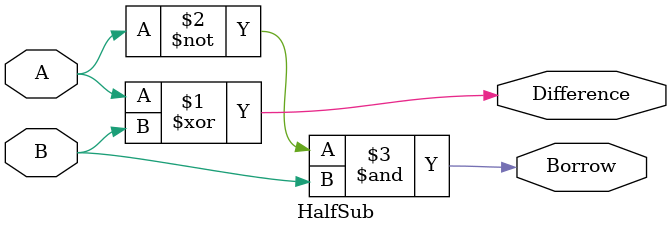
<source format=sv>
`timescale 1ns / 1ps


module HalfSub (
    input  logic A,  // Minuend
    input  logic B,  // Subtrahend
    output logic Difference,   // Result of A - B
    output logic Borrow        // Borrow if A < B
);

    // Compute Difference
    assign Difference = A ^ B;
    
    // Compute Borrow
    assign Borrow = ~A & B;

endmodule

</source>
